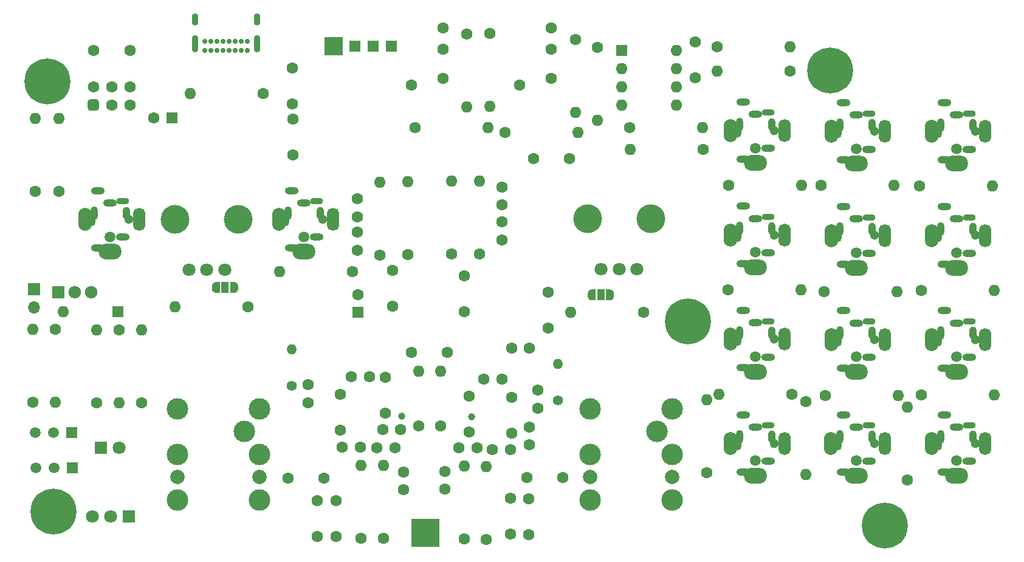
<source format=gbs>
G04 #@! TF.GenerationSoftware,KiCad,Pcbnew,8.0.1*
G04 #@! TF.CreationDate,2024-04-16T20:02:15+02:00*
G04 #@! TF.ProjectId,spider2,73706964-6572-4322-9e6b-696361645f70,rev?*
G04 #@! TF.SameCoordinates,Original*
G04 #@! TF.FileFunction,Soldermask,Bot*
G04 #@! TF.FilePolarity,Negative*
%FSLAX46Y46*%
G04 Gerber Fmt 4.6, Leading zero omitted, Abs format (unit mm)*
G04 Created by KiCad (PCBNEW 8.0.1) date 2024-04-16 20:02:15*
%MOMM*%
%LPD*%
G01*
G04 APERTURE LIST*
%ADD10C,1.600000*%
%ADD11O,1.600000X1.600000*%
%ADD12C,0.700000*%
%ADD13O,0.900000X2.400000*%
%ADD14O,0.900000X1.700000*%
%ADD15R,1.717500X1.800000*%
%ADD16O,1.717500X1.800000*%
%ADD17R,1.600000X1.600000*%
%ADD18R,2.500000X2.500000*%
%ADD19C,1.500000*%
%ADD20O,1.900000X1.000000*%
%ADD21O,1.000000X1.800000*%
%ADD22C,1.300000*%
%ADD23O,1.703200X3.203200*%
%ADD24O,1.903200X3.203200*%
%ADD25O,1.000000X1.900000*%
%ADD26O,3.203200X2.203200*%
%ADD27O,1.800000X0.900000*%
%ADD28C,0.800000*%
%ADD29C,6.400000*%
%ADD30C,3.000000*%
%ADD31C,2.000000*%
%ADD32R,1.500000X1.500000*%
%ADD33C,1.400000*%
%ADD34O,1.400000X1.400000*%
%ADD35C,4.000000*%
%ADD36C,1.800000*%
%ADD37R,1.700000X1.700000*%
%ADD38O,1.700000X1.700000*%
%ADD39R,4.000000X4.000000*%
%ADD40R,1.800000X1.800000*%
%ADD41R,1.000000X1.500000*%
%ADD42C,1.000000*%
G04 APERTURE END LIST*
D10*
X147799400Y-33323400D03*
X152879400Y-33323400D03*
G36*
G01*
X147399400Y-40143400D02*
X148199400Y-40143400D01*
G75*
G02*
X148599400Y-40543400I0J-400000D01*
G01*
X148599400Y-41343400D01*
G75*
G02*
X148199400Y-41743400I-400000J0D01*
G01*
X147399400Y-41743400D01*
G75*
G02*
X146999400Y-41343400I0J400000D01*
G01*
X146999400Y-40543400D01*
G75*
G02*
X147399400Y-40143400I400000J0D01*
G01*
G37*
X150339400Y-40943400D03*
X152879400Y-40943400D03*
X147799400Y-38403400D03*
X150339400Y-38403400D03*
X152879400Y-38403400D03*
X262920000Y-52200000D03*
D11*
X273080000Y-52200000D03*
D10*
X196750000Y-94500000D03*
X196750000Y-92000000D03*
X209700000Y-80700000D03*
X209700000Y-83200000D03*
X231625000Y-32125000D03*
X231625000Y-37125000D03*
X244875000Y-36200000D03*
D11*
X234715000Y-36200000D03*
D12*
X169250000Y-33375000D03*
X168400000Y-33375000D03*
X167550000Y-33375000D03*
X166700000Y-33375000D03*
X165850000Y-33375000D03*
X165000000Y-33375000D03*
X164150000Y-33375000D03*
X163300000Y-33375000D03*
X163300000Y-32025000D03*
X164150000Y-32025000D03*
X165000000Y-32025000D03*
X165850000Y-32025000D03*
X166700000Y-32025000D03*
X167550000Y-32025000D03*
X168400000Y-32025000D03*
X169250000Y-32025000D03*
D13*
X170600000Y-32395000D03*
D14*
X170600000Y-29015000D03*
D13*
X161950000Y-32395000D03*
D14*
X161950000Y-29015000D03*
D10*
X187750000Y-61850000D03*
D11*
X187750000Y-51690000D03*
D15*
X142950000Y-67000000D03*
D16*
X145240000Y-67000000D03*
X147530000Y-67000000D03*
D10*
X263120000Y-81300000D03*
D11*
X273280000Y-81300000D03*
D10*
X182250000Y-81230000D03*
X182250000Y-86230000D03*
X204750000Y-52350000D03*
X204750000Y-54850000D03*
X200150000Y-81500000D03*
X200150000Y-86500000D03*
X204750000Y-59750000D03*
X204750000Y-57250000D03*
D17*
X151200000Y-69750000D03*
D11*
X143580000Y-69750000D03*
D10*
X139700000Y-52959000D03*
D11*
X139700000Y-42799000D03*
D10*
X203000000Y-30995000D03*
D11*
X203000000Y-41155000D03*
D10*
X190975000Y-92075000D03*
X190975000Y-94575000D03*
X206050000Y-81700000D03*
X206050000Y-86700000D03*
D18*
X181300000Y-32750000D03*
D19*
X240078391Y-90526253D03*
D20*
X238349112Y-92100000D03*
X241849112Y-90600000D03*
D21*
X242328391Y-87226253D03*
D22*
X242649112Y-88100000D03*
D23*
X244078391Y-88126253D03*
D24*
X236578391Y-88126253D03*
D25*
X237549112Y-88100000D03*
X237828391Y-87226253D03*
D20*
X238349112Y-84100000D03*
X240078391Y-85826253D03*
D26*
X240078391Y-92626253D03*
D27*
X241849112Y-85600000D03*
D28*
X248019532Y-36102461D03*
X248722476Y-34405405D03*
X248722476Y-37799517D03*
X250419532Y-33702461D03*
D29*
X250419532Y-36102461D03*
D28*
X250419532Y-38502461D03*
X252116588Y-34405405D03*
X252116588Y-37799517D03*
X252819532Y-36102461D03*
D10*
X188500000Y-78850000D03*
X188500000Y-83850000D03*
X199500000Y-69750000D03*
X199500000Y-64750000D03*
X218050000Y-32945000D03*
D11*
X218050000Y-43105000D03*
D10*
X204700000Y-79150000D03*
X202200000Y-79150000D03*
X196550000Y-33200000D03*
X196550000Y-30200000D03*
X192150000Y-38200000D03*
X196550000Y-37200000D03*
X188210000Y-101360000D03*
D11*
X188210000Y-91200000D03*
D10*
X208450000Y-95800000D03*
X208450000Y-100800000D03*
X224500000Y-69800000D03*
D11*
X214340000Y-69800000D03*
D10*
X186250000Y-78800000D03*
X183750000Y-78800000D03*
X179900000Y-92900000D03*
X174900000Y-92900000D03*
X209100000Y-48430000D03*
X214100000Y-48430000D03*
X191620000Y-61810000D03*
D11*
X191620000Y-51650000D03*
D10*
X261200000Y-93230000D03*
D11*
X261200000Y-83070000D03*
D10*
X249645000Y-66950000D03*
D11*
X259805000Y-66950000D03*
D30*
X226300000Y-86450000D03*
D31*
X228430000Y-92800000D03*
X217000000Y-92800000D03*
D30*
X228430000Y-89650000D03*
X217000000Y-89650000D03*
X228430000Y-96000000D03*
X217000000Y-96000000D03*
X228430000Y-83300000D03*
X217000000Y-83300000D03*
D10*
X183900000Y-64150000D03*
D11*
X173740000Y-64150000D03*
D30*
X168800000Y-86450000D03*
D31*
X170930000Y-92800000D03*
X159500000Y-92800000D03*
D30*
X170930000Y-89650000D03*
X159500000Y-89650000D03*
X170930000Y-96000000D03*
X159500000Y-96000000D03*
X170930000Y-83300000D03*
X159500000Y-83300000D03*
D10*
X148300000Y-82450000D03*
D11*
X148300000Y-72290000D03*
D10*
X249745000Y-81400000D03*
D11*
X259905000Y-81400000D03*
D10*
X199500000Y-101400000D03*
D11*
X199500000Y-91240000D03*
D10*
X249220000Y-52150000D03*
D11*
X259380000Y-52150000D03*
D10*
X201600000Y-61700000D03*
D11*
X201600000Y-51540000D03*
D10*
X187300000Y-88750000D03*
X189800000Y-88750000D03*
X234675000Y-32825000D03*
D11*
X244835000Y-32825000D03*
D10*
X236195000Y-66725000D03*
D11*
X246355000Y-66725000D03*
D17*
X158750000Y-42700000D03*
D10*
X156250000Y-42700000D03*
X197100000Y-75400000D03*
X192100000Y-75400000D03*
X142500000Y-72170000D03*
D11*
X142500000Y-82330000D03*
D10*
X247100000Y-82250000D03*
D11*
X247100000Y-92410000D03*
D19*
X240079279Y-61459586D03*
D20*
X238350000Y-63033333D03*
X241850000Y-61533333D03*
D21*
X242329279Y-58159586D03*
D22*
X242650000Y-59033333D03*
D23*
X244079279Y-59059586D03*
D24*
X236579279Y-59059586D03*
D25*
X237550000Y-59033333D03*
X237829279Y-58159586D03*
D20*
X238350000Y-55033333D03*
X240079279Y-56759586D03*
D26*
X240079279Y-63559586D03*
D27*
X241850000Y-56533333D03*
D32*
X144800000Y-86600000D03*
D19*
X142260000Y-86600000D03*
X139720000Y-86600000D03*
D33*
X175400000Y-80100000D03*
D34*
X175400000Y-75020000D03*
D10*
X181600000Y-96100000D03*
X181600000Y-101100000D03*
X222545000Y-44100000D03*
D11*
X232705000Y-44100000D03*
D19*
X240079279Y-75992919D03*
D20*
X238350000Y-77566666D03*
X241850000Y-76066666D03*
D21*
X242329279Y-72692919D03*
D22*
X242650000Y-73566666D03*
D23*
X244079279Y-73592919D03*
D24*
X236579279Y-73592919D03*
D25*
X237550000Y-73566666D03*
X237829279Y-72692919D03*
D20*
X238350000Y-69566666D03*
X240079279Y-71292919D03*
D26*
X240079279Y-78092919D03*
D27*
X241850000Y-71066666D03*
D19*
X177153344Y-59294502D03*
D20*
X175424065Y-60868249D03*
X178924065Y-59368249D03*
D21*
X179403344Y-55994502D03*
D22*
X179724065Y-56868249D03*
D23*
X181153344Y-56894502D03*
D24*
X173653344Y-56894502D03*
D25*
X174624065Y-56868249D03*
X174903344Y-55994502D03*
D20*
X175424065Y-52868249D03*
X177153344Y-54594502D03*
D26*
X177153344Y-61394502D03*
D27*
X178924065Y-54368249D03*
D28*
X228260142Y-71088261D03*
X228963086Y-69391205D03*
X228963086Y-72785317D03*
X230660142Y-68688261D03*
D29*
X230660142Y-71088261D03*
D28*
X230660142Y-73488261D03*
X232357198Y-69391205D03*
X232357198Y-72785317D03*
X233060142Y-71088261D03*
D10*
X143002000Y-52959000D03*
D11*
X143002000Y-42799000D03*
D19*
X268079279Y-47026253D03*
D20*
X266350000Y-48600000D03*
X269850000Y-47100000D03*
D21*
X270329279Y-43726253D03*
D22*
X270650000Y-44600000D03*
D23*
X272079279Y-44626253D03*
D24*
X264579279Y-44626253D03*
D25*
X265550000Y-44600000D03*
X265829279Y-43726253D03*
D20*
X266350000Y-40600000D03*
X268079279Y-42326253D03*
D26*
X268079279Y-49126253D03*
D27*
X269850000Y-42100000D03*
D10*
X184550000Y-56500000D03*
X184550000Y-54000000D03*
D32*
X184221000Y-32750000D03*
D35*
X159200000Y-56900000D03*
X168000000Y-56900000D03*
D36*
X166100000Y-63900000D03*
X163600000Y-63900000D03*
X161100000Y-63900000D03*
D10*
X189500000Y-69000000D03*
X189500000Y-64000000D03*
D32*
X186761000Y-32750000D03*
D10*
X203393829Y-89000000D03*
X205893829Y-89000000D03*
D32*
X189301000Y-32750000D03*
D10*
X171450000Y-39350000D03*
D11*
X161290000Y-39350000D03*
D32*
X144840000Y-91500000D03*
D19*
X142300000Y-91500000D03*
X139760000Y-91500000D03*
D10*
X151400000Y-72300000D03*
D11*
X151400000Y-82460000D03*
D10*
X185080000Y-101350000D03*
D11*
X185080000Y-91190000D03*
D19*
X268079279Y-76026253D03*
D20*
X266350000Y-77600000D03*
X269850000Y-76100000D03*
D21*
X270329279Y-72726253D03*
D22*
X270650000Y-73600000D03*
D23*
X272079279Y-73626253D03*
D24*
X264579279Y-73626253D03*
D25*
X265550000Y-73600000D03*
X265829279Y-72726253D03*
D20*
X266350000Y-69600000D03*
X268079279Y-71326253D03*
D26*
X268079279Y-78126253D03*
D27*
X269850000Y-71100000D03*
D37*
X139560000Y-66610000D03*
D38*
X139560000Y-69150000D03*
D28*
X255630000Y-99560000D03*
X256332944Y-97862944D03*
X256332944Y-101257056D03*
X258030000Y-97160000D03*
D29*
X258030000Y-99560000D03*
D28*
X258030000Y-101960000D03*
X259727056Y-97862944D03*
X259727056Y-101257056D03*
X260430000Y-99560000D03*
D10*
X236270000Y-52150000D03*
D11*
X246430000Y-52150000D03*
D10*
X214990000Y-31800000D03*
D11*
X214990000Y-41960000D03*
D10*
X211550000Y-33200000D03*
X211550000Y-30200000D03*
X207150000Y-38200000D03*
X211550000Y-37200000D03*
X190600000Y-86200000D03*
X188100000Y-86200000D03*
X175500000Y-40800000D03*
X175500000Y-35800000D03*
D19*
X268079279Y-61526253D03*
D20*
X266350000Y-63100000D03*
X269850000Y-61600000D03*
D21*
X270329279Y-58226253D03*
D22*
X270650000Y-59100000D03*
D23*
X272079279Y-59126253D03*
D24*
X264579279Y-59126253D03*
D25*
X265550000Y-59100000D03*
X265829279Y-58226253D03*
D20*
X266350000Y-55100000D03*
X268079279Y-56826253D03*
D26*
X268079279Y-63626253D03*
D27*
X269850000Y-56600000D03*
D10*
X177750000Y-79925000D03*
X177750000Y-82425000D03*
D19*
X240079279Y-46926253D03*
D20*
X238350000Y-48500000D03*
X241850000Y-47000000D03*
D21*
X242329279Y-43626253D03*
D22*
X242650000Y-44500000D03*
D23*
X244079279Y-44526253D03*
D24*
X236579279Y-44526253D03*
D25*
X237550000Y-44500000D03*
X237829279Y-43626253D03*
D20*
X238350000Y-40500000D03*
X240079279Y-42226253D03*
D26*
X240079279Y-49026253D03*
D27*
X241850000Y-42000000D03*
D17*
X221450000Y-33375000D03*
D11*
X221450000Y-35915000D03*
X221450000Y-38455000D03*
X221450000Y-40995000D03*
X229070000Y-40995000D03*
X229070000Y-38455000D03*
X229070000Y-35915000D03*
X229070000Y-33375000D03*
D10*
X206050000Y-74800000D03*
X208550000Y-74800000D03*
X263120000Y-66750000D03*
D11*
X273280000Y-66750000D03*
D10*
X233260000Y-92180000D03*
D11*
X233260000Y-82020000D03*
D10*
X192600000Y-44050000D03*
D11*
X202760000Y-44050000D03*
D19*
X254079279Y-61526253D03*
D20*
X252350000Y-63100000D03*
X255850000Y-61600000D03*
D21*
X256329279Y-58226253D03*
D22*
X256650000Y-59100000D03*
D23*
X258079279Y-59126253D03*
D24*
X250579279Y-59126253D03*
D25*
X251550000Y-59100000D03*
X251829279Y-58226253D03*
D20*
X252350000Y-55100000D03*
X254079279Y-56826253D03*
D26*
X254079279Y-63626253D03*
D27*
X255850000Y-56600000D03*
D10*
X208500000Y-88300000D03*
X208500000Y-85800000D03*
D19*
X254079279Y-76026253D03*
D20*
X252350000Y-77600000D03*
X255850000Y-76100000D03*
D21*
X256329279Y-72726253D03*
D22*
X256650000Y-73600000D03*
D23*
X258079279Y-73626253D03*
D24*
X250579279Y-73626253D03*
D25*
X251550000Y-73600000D03*
X251829279Y-72726253D03*
D20*
X252350000Y-69600000D03*
X254079279Y-71326253D03*
D26*
X254079279Y-78126253D03*
D27*
X255850000Y-71100000D03*
D19*
X254079279Y-47026253D03*
D20*
X252350000Y-48600000D03*
X255850000Y-47100000D03*
D21*
X256329279Y-43726253D03*
D22*
X256650000Y-44600000D03*
D23*
X258079279Y-44626253D03*
D24*
X250579279Y-44626253D03*
D25*
X251550000Y-44600000D03*
X251829279Y-43726253D03*
D20*
X252350000Y-40600000D03*
X254079279Y-42326253D03*
D26*
X254079279Y-49126253D03*
D27*
X255850000Y-42100000D03*
D10*
X202500000Y-101500000D03*
D11*
X202500000Y-91340000D03*
D10*
X184550000Y-58650000D03*
X184550000Y-61150000D03*
X211200000Y-67050000D03*
X211200000Y-72050000D03*
D19*
X150144477Y-59295965D03*
D20*
X148415198Y-60869712D03*
X151915198Y-59369712D03*
D21*
X152394477Y-55995965D03*
D22*
X152715198Y-56869712D03*
D23*
X154144477Y-56895965D03*
D24*
X146644477Y-56895965D03*
D25*
X147615198Y-56869712D03*
X147894477Y-55995965D03*
D20*
X148415198Y-52869712D03*
X150144477Y-54595965D03*
D26*
X150144477Y-61395965D03*
D27*
X151915198Y-54369712D03*
D39*
X194056000Y-100584000D03*
D19*
X254078391Y-90526253D03*
D20*
X252349112Y-92100000D03*
X255849112Y-90600000D03*
D21*
X256328391Y-87226253D03*
D22*
X256649112Y-88100000D03*
D23*
X258078391Y-88126253D03*
D24*
X250578391Y-88126253D03*
D25*
X251549112Y-88100000D03*
X251828391Y-87226253D03*
D20*
X252349112Y-84100000D03*
X254078391Y-85826253D03*
D26*
X254078391Y-92626253D03*
D27*
X255849112Y-85600000D03*
D19*
X268079279Y-90526253D03*
D20*
X266350000Y-92100000D03*
X269850000Y-90600000D03*
D21*
X270329279Y-87226253D03*
D22*
X270650000Y-88100000D03*
D23*
X272079279Y-88126253D03*
D24*
X264579279Y-88126253D03*
D25*
X265550000Y-88100000D03*
X265829279Y-87226253D03*
D20*
X266350000Y-84100000D03*
X268079279Y-85826253D03*
D26*
X268079279Y-92626253D03*
D27*
X269850000Y-85600000D03*
D10*
X179000000Y-96100000D03*
X179000000Y-101100000D03*
X154500000Y-82450000D03*
D11*
X154500000Y-72290000D03*
D10*
X193142656Y-85661097D03*
D11*
X193142656Y-78041097D03*
D10*
X196150000Y-85650000D03*
D11*
X196150000Y-78030000D03*
D10*
X182500000Y-88600000D03*
X185000000Y-88600000D03*
D40*
X148875000Y-88725000D03*
D36*
X151415000Y-88725000D03*
D10*
X199800000Y-31015000D03*
D11*
X199800000Y-41175000D03*
D10*
X232750000Y-47100000D03*
D11*
X222590000Y-47100000D03*
D10*
X198750000Y-88750000D03*
X201250000Y-88750000D03*
X205900000Y-95700000D03*
X205900000Y-100700000D03*
D35*
X216650000Y-56800000D03*
X225450000Y-56800000D03*
D36*
X223550000Y-63800000D03*
X221050000Y-63800000D03*
X218550000Y-63800000D03*
D10*
X197735200Y-61700000D03*
D11*
X197735200Y-51540000D03*
D10*
X169350000Y-69040000D03*
D11*
X159190000Y-69040000D03*
D33*
X212500000Y-82100000D03*
D34*
X212500000Y-77020000D03*
D10*
X245080000Y-81225000D03*
D11*
X234920000Y-81225000D03*
D40*
X152742934Y-98294059D03*
D36*
X150202934Y-98294059D03*
X147662934Y-98294059D03*
D28*
X139840000Y-97590000D03*
X140542944Y-95892944D03*
X140542944Y-99287056D03*
X142240000Y-95190000D03*
D29*
X142240000Y-97590000D03*
D28*
X142240000Y-99990000D03*
X143937056Y-95892944D03*
X143937056Y-99287056D03*
X144640000Y-97590000D03*
D10*
X205175000Y-44750000D03*
D11*
X215335000Y-44750000D03*
D10*
X139350000Y-82360000D03*
D11*
X139350000Y-72200000D03*
D10*
X208200000Y-92850000D03*
X213200000Y-92850000D03*
D17*
X184650000Y-69850000D03*
D10*
X184650000Y-67350000D03*
D28*
X138994600Y-37691600D03*
X139697544Y-35994544D03*
X139697544Y-39388656D03*
X141394600Y-35291600D03*
D29*
X141394600Y-37691600D03*
D28*
X141394600Y-40091600D03*
X143091656Y-35994544D03*
X143091656Y-39388656D03*
X143794600Y-37691600D03*
D10*
X175600000Y-42900000D03*
X175600000Y-47900000D03*
G36*
X166910000Y-65610000D02*
G01*
X167460000Y-65610000D01*
X167460000Y-65615089D01*
X167531157Y-65615089D01*
X167667708Y-65655184D01*
X167787430Y-65732125D01*
X167880627Y-65839680D01*
X167939746Y-65969134D01*
X167960000Y-66110000D01*
X167960000Y-66610000D01*
X167939746Y-66750866D01*
X167880627Y-66880320D01*
X167787430Y-66987875D01*
X167667708Y-67064816D01*
X167531157Y-67104911D01*
X167460000Y-67104911D01*
X167460000Y-67110000D01*
X166910000Y-67110000D01*
X166910000Y-65610000D01*
G37*
D41*
X166160000Y-66360000D03*
G36*
X164860000Y-67104911D02*
G01*
X164788843Y-67104911D01*
X164652292Y-67064816D01*
X164532570Y-66987875D01*
X164439373Y-66880320D01*
X164380254Y-66750866D01*
X164360000Y-66610000D01*
X164360000Y-66110000D01*
X164380254Y-65969134D01*
X164439373Y-65839680D01*
X164532570Y-65732125D01*
X164652292Y-65655184D01*
X164788843Y-65615089D01*
X164860000Y-65615089D01*
X164860000Y-65610000D01*
X165410000Y-65610000D01*
X165410000Y-67110000D01*
X164860000Y-67110000D01*
X164860000Y-67104911D01*
G37*
D42*
X200500000Y-84400000D03*
X190800000Y-84300000D03*
G36*
X219250000Y-66650000D02*
G01*
X219800000Y-66650000D01*
X219800000Y-66655089D01*
X219871157Y-66655089D01*
X220007708Y-66695184D01*
X220127430Y-66772125D01*
X220220627Y-66879680D01*
X220279746Y-67009134D01*
X220300000Y-67150000D01*
X220300000Y-67650000D01*
X220279746Y-67790866D01*
X220220627Y-67920320D01*
X220127430Y-68027875D01*
X220007708Y-68104816D01*
X219871157Y-68144911D01*
X219800000Y-68144911D01*
X219800000Y-68150000D01*
X219250000Y-68150000D01*
X219250000Y-66650000D01*
G37*
D41*
X218500000Y-67400000D03*
G36*
X217200000Y-68144911D02*
G01*
X217128843Y-68144911D01*
X216992292Y-68104816D01*
X216872570Y-68027875D01*
X216779373Y-67920320D01*
X216720254Y-67790866D01*
X216700000Y-67650000D01*
X216700000Y-67150000D01*
X216720254Y-67009134D01*
X216779373Y-66879680D01*
X216872570Y-66772125D01*
X216992292Y-66695184D01*
X217128843Y-66655089D01*
X217200000Y-66655089D01*
X217200000Y-66650000D01*
X217750000Y-66650000D01*
X217750000Y-68150000D01*
X217200000Y-68150000D01*
X217200000Y-68144911D01*
G37*
M02*

</source>
